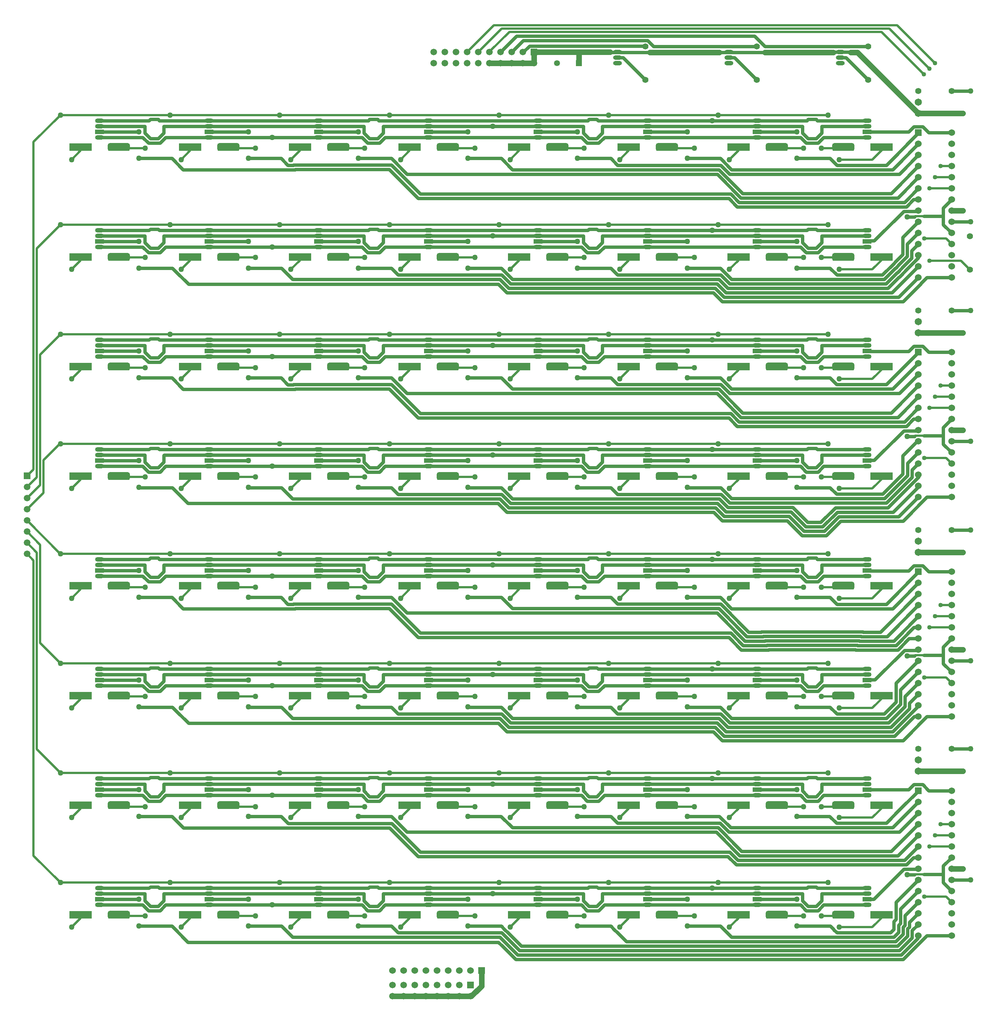
<source format=gtl>
%FSAX24Y24*%
%MOIN*%
G70*
G01*
G75*
G04 Layer_Physical_Order=1*
G04 Layer_Color=255*
%ADD10R,0.2000X0.0700*%
G04:AMPARAMS|DCode=11|XSize=200mil|YSize=70mil|CornerRadius=17.5mil|HoleSize=0mil|Usage=FLASHONLY|Rotation=0.000|XOffset=0mil|YOffset=0mil|HoleType=Round|Shape=RoundedRectangle|*
%AMROUNDEDRECTD11*
21,1,0.2000,0.0350,0,0,0.0*
21,1,0.1650,0.0700,0,0,0.0*
1,1,0.0350,0.0825,-0.0175*
1,1,0.0350,-0.0825,-0.0175*
1,1,0.0350,-0.0825,0.0175*
1,1,0.0350,0.0825,0.0175*
%
%ADD11ROUNDEDRECTD11*%
%ADD12C,0.0500*%
%ADD13C,0.0300*%
%ADD14C,0.0200*%
%ADD15C,0.0650*%
%ADD16C,0.0551*%
%ADD17C,0.0600*%
%ADD18R,0.0600X0.0600*%
%ADD19C,0.0591*%
%ADD20R,0.0591X0.0591*%
%ADD21R,0.0600X0.0600*%
%ADD22O,0.0787X0.0394*%
%ADD23O,0.0787X0.0394*%
%ADD24R,0.0591X0.0591*%
%ADD25C,0.0500*%
%ADD26O,0.0800X0.0400*%
%ADD27R,0.0800X0.0400*%
%ADD28R,0.0532X0.0532*%
%ADD29C,0.0532*%
%ADD30C,0.0400*%
D10*
X026310Y035610D02*
D03*
X036153D02*
D03*
X045995D02*
D03*
X055838D02*
D03*
X065680D02*
D03*
X075523D02*
D03*
X085365D02*
D03*
X026310Y045453D02*
D03*
X036153D02*
D03*
X045995D02*
D03*
X055838D02*
D03*
X065680D02*
D03*
X075523D02*
D03*
X085365D02*
D03*
X098190D02*
D03*
X026310Y055295D02*
D03*
X036153D02*
D03*
X045995D02*
D03*
X055838D02*
D03*
X065680D02*
D03*
X075523D02*
D03*
X085365D02*
D03*
X098190Y055295D02*
D03*
X026310Y065138D02*
D03*
X036153D02*
D03*
X045995D02*
D03*
X055838D02*
D03*
X065680D02*
D03*
X075523D02*
D03*
X085365D02*
D03*
X098190Y065138D02*
D03*
X026310Y074980D02*
D03*
X036153D02*
D03*
X045995D02*
D03*
X055838D02*
D03*
X065680D02*
D03*
X075523D02*
D03*
X085365D02*
D03*
X098190Y074980D02*
D03*
X026310Y084823D02*
D03*
X036153D02*
D03*
X045995D02*
D03*
X055838D02*
D03*
X065680D02*
D03*
X075523D02*
D03*
X085365D02*
D03*
X098190Y084823D02*
D03*
X026310Y094665D02*
D03*
X036153D02*
D03*
X045995D02*
D03*
X055838D02*
D03*
X065680D02*
D03*
X075523D02*
D03*
X085365D02*
D03*
X098190Y094665D02*
D03*
X026310Y104508D02*
D03*
X036153D02*
D03*
X045995D02*
D03*
X055838D02*
D03*
X065680D02*
D03*
X075523D02*
D03*
X085365D02*
D03*
X098190Y104508D02*
D03*
Y035610D02*
D03*
D11*
X029740D02*
D03*
X039583D02*
D03*
X049425D02*
D03*
X059268D02*
D03*
X069110D02*
D03*
X078953D02*
D03*
X088795D02*
D03*
X029740Y045453D02*
D03*
X039583D02*
D03*
X049425D02*
D03*
X059268D02*
D03*
X069110D02*
D03*
X078953D02*
D03*
X088795D02*
D03*
X094760D02*
D03*
X029740Y055295D02*
D03*
X039583D02*
D03*
X049425D02*
D03*
X059268D02*
D03*
X069110D02*
D03*
X078953D02*
D03*
X088795D02*
D03*
X094760Y055295D02*
D03*
X029740Y065138D02*
D03*
X039583D02*
D03*
X049425D02*
D03*
X059268D02*
D03*
X069110D02*
D03*
X078953D02*
D03*
X088795D02*
D03*
X094760Y065138D02*
D03*
X029740Y074980D02*
D03*
X039583D02*
D03*
X049425D02*
D03*
X059268D02*
D03*
X069110D02*
D03*
X078953D02*
D03*
X088795D02*
D03*
X094760Y074980D02*
D03*
X029740Y084823D02*
D03*
X039583D02*
D03*
X049425D02*
D03*
X059268D02*
D03*
X069110D02*
D03*
X078953D02*
D03*
X088795D02*
D03*
X094760Y084823D02*
D03*
X029740Y094665D02*
D03*
X039583D02*
D03*
X049425D02*
D03*
X059268D02*
D03*
X069110D02*
D03*
X078953D02*
D03*
X088795D02*
D03*
X094760Y094665D02*
D03*
X029740Y104508D02*
D03*
X039583D02*
D03*
X049425D02*
D03*
X059268D02*
D03*
X069110D02*
D03*
X078953D02*
D03*
X088795D02*
D03*
X094760Y104508D02*
D03*
Y035610D02*
D03*
D12*
X077410Y113024D02*
X083626D01*
X101500Y068140D02*
X105500D01*
X104500Y039750D02*
X105500D01*
X104500Y079100D02*
X105500D01*
X101500Y087850D02*
X105500D01*
X104500Y098800D02*
X105500D01*
X101500Y048500D02*
X105500D01*
X101500Y107550D02*
X105500D01*
X104500Y059400D02*
X105500D01*
X062300Y029214D02*
Y030600D01*
X061386Y028300D02*
X062300Y029214D01*
X054300Y028300D02*
X055300D01*
X056300D01*
X057300D01*
X058300D01*
X059300D01*
X060300D01*
X061300D01*
Y028300D02*
X061386D01*
X063000Y112050D02*
X064000D01*
X065000D01*
X066000D01*
X067000D01*
Y113050D01*
X071034Y112050D02*
Y113034D01*
X067000Y113050D02*
X073850D01*
X087724Y113024D02*
X093874D01*
X096050Y113000D02*
X101500Y107550D01*
X095450Y113000D02*
X096050D01*
D13*
X057528Y036500D02*
X067370D01*
X064000Y113050D02*
X065426Y114476D01*
X086818D01*
X087743Y113550D01*
X065000Y113050D02*
X066026Y114076D01*
X077218D01*
X077743Y113550D01*
X076955Y113595D02*
X077000Y113550D01*
X066601Y113595D02*
X076955D01*
X066056Y113050D02*
X066601Y113595D01*
X101119Y061400D02*
X101500D01*
X099515Y059796D02*
X101119Y061400D01*
X100684Y060400D02*
X101500D01*
X099680Y059396D02*
X100684Y060400D01*
X099296Y060196D02*
X101500Y062400D01*
X096210Y060196D02*
X099296D01*
X100265Y059365D02*
X101465D01*
X097605Y056705D02*
X100265Y059365D01*
X096948Y056705D02*
X097605D01*
X095879Y059396D02*
X099680D01*
X096044Y059796D02*
X099515D01*
X098696Y060596D02*
X101500Y063400D01*
X096376Y060596D02*
X098696D01*
X100500Y058850D02*
X101172D01*
X100500Y039200D02*
X101172D01*
X103750Y040000D02*
X104500Y040750D01*
X103750Y038500D02*
X104500Y037750D01*
X102000Y039250D02*
X103750D01*
Y040000D01*
Y038500D02*
Y039250D01*
Y059650D02*
X104500Y060400D01*
X103750Y058150D02*
X104500Y057400D01*
X102000Y058900D02*
X103750D01*
Y059650D01*
Y058150D02*
Y058900D01*
X100500Y078550D02*
X101172D01*
X103750Y079350D02*
X104500Y080100D01*
X103750Y077850D02*
X104500Y077100D01*
X102000Y078600D02*
X103750D01*
Y079350D01*
Y077850D02*
Y078600D01*
Y097550D02*
Y098300D01*
Y099050D01*
X102000Y098300D02*
X103750D01*
Y097550D02*
X104500Y096800D01*
X103750Y099050D02*
X104500Y099800D01*
X100500Y098250D02*
X101172D01*
X104500Y050500D02*
X106200D01*
X104500Y038750D02*
X106200D01*
X104500Y070150D02*
X106200D01*
X104500Y058400D02*
X106200D01*
X104500Y089850D02*
X106200D01*
X104500Y078100D02*
X106200D01*
X104500Y097800D02*
X106200D01*
X104500Y109550D02*
X106200D01*
X087743Y113550D02*
X097000D01*
X077743D02*
X087000D01*
X066000Y113050D02*
X066056D01*
X085000Y112550D02*
X087000Y110550D01*
X084500Y112550D02*
X085000D01*
X075000D02*
X077000Y110550D01*
X074500Y112550D02*
X075000D01*
X071259Y095555D02*
X071769Y095045D01*
X072813D01*
X071431Y095949D02*
X071935Y095445D01*
X072648D01*
X067370Y097055D02*
X071825D01*
X071935Y097165D01*
X072648D01*
X072758Y097055D01*
X077213D01*
X071259Y056185D02*
X071769Y055675D01*
X072813D01*
X071431Y056579D02*
X071935Y056075D01*
X072648D01*
X067370Y057685D02*
X071825D01*
X071935Y057795D01*
X072648D01*
X072758Y057685D01*
X077213D01*
X071769Y104887D02*
X072813D01*
X071431Y105791D02*
X071935Y105287D01*
X072648D01*
X067370Y106898D02*
X071825D01*
X071935Y107008D01*
X072648D01*
X072758Y106898D01*
X077213D01*
X071259Y075870D02*
X071769Y075360D01*
X072813D01*
X071431Y076264D02*
X071935Y075760D01*
X072648D01*
X067370Y077370D02*
X071825D01*
X071935Y077480D01*
X072648D01*
X072758Y077370D01*
X077213D01*
X070915Y034608D02*
X073903D01*
X072648Y075760D02*
X073152Y076264D01*
X072648Y105287D02*
X073152Y105791D01*
X072648Y056075D02*
X073152Y056579D01*
X072648Y095445D02*
X073152Y095949D01*
X032100Y034608D02*
X034493D01*
X031545D02*
X032100D01*
X092443Y106898D02*
X096898D01*
X092333Y107008D02*
X092443Y106898D01*
X091620Y107008D02*
X092333D01*
X091510Y106898D02*
X091620Y107008D01*
X052963D02*
X053073Y106898D01*
X052250Y107008D02*
X052963D01*
X052140Y106898D02*
X052250Y107008D01*
X033278D02*
X033388Y106898D01*
X032565Y107008D02*
X033278D01*
X032455Y106898D02*
X032565Y107008D01*
X028000Y106898D02*
X032455D01*
X033388D02*
X037843D01*
X047685D01*
X052140D01*
X053073D02*
X057528D01*
X067370D01*
X077213D02*
X087055D01*
X028000Y097055D02*
X032455D01*
X032565Y097165D01*
X033278D01*
X033388Y097055D01*
X052140D02*
X052250Y097165D01*
X052963D01*
X053073Y097055D01*
X091510D02*
X091620Y097165D01*
X092333D01*
X092443Y097055D01*
X096898D01*
X033388D02*
X037843D01*
X047685D01*
X052140D01*
X053073D02*
X057528D01*
X067370D01*
X077213D02*
X087055D01*
X091510D01*
X092443Y087213D02*
X096898D01*
X092333Y087323D02*
X092443Y087213D01*
X091620Y087323D02*
X092333D01*
X091510Y087213D02*
X091620Y087323D01*
X072648D02*
X072758Y087213D01*
X071935Y087323D02*
X072648D01*
X071825Y087213D02*
X071935Y087323D01*
X052963D02*
X053073Y087213D01*
X052250Y087323D02*
X052963D01*
X052140Y087213D02*
X052250Y087323D01*
X033278D02*
X033388Y087213D01*
X032565Y087323D02*
X033278D01*
X032455Y087213D02*
X032565Y087323D01*
X028000Y087213D02*
X032455D01*
X033388D02*
X037843D01*
X047685D01*
X052140D01*
X053073D02*
X057528D01*
X067370D01*
X071825D01*
X072758D02*
X077213D01*
X087055D01*
X091510D01*
X028000Y077370D02*
X032455D01*
X032565Y077480D01*
X033278D01*
X033388Y077370D01*
X052140D02*
X052250Y077480D01*
X052963D01*
X053073Y077370D01*
X091510D02*
X091620Y077480D01*
X092333D01*
X092443Y077370D01*
X096898D01*
X033388D02*
X037843D01*
X047685D01*
X052140D01*
X053073D02*
X057528D01*
X067370D01*
X077213D02*
X087055D01*
X091510D01*
X092443Y067528D02*
X096898D01*
X092333Y067638D02*
X092443Y067528D01*
X091620Y067638D02*
X092333D01*
X091510Y067528D02*
X091620Y067638D01*
X072648D02*
X072758Y067528D01*
X071935Y067638D02*
X072648D01*
X071825Y067528D02*
X071935Y067638D01*
X052963D02*
X053073Y067528D01*
X052250Y067638D02*
X052963D01*
X052140Y067528D02*
X052250Y067638D01*
X033278D02*
X033388Y067528D01*
X032565Y067638D02*
X033278D01*
X032455Y067528D02*
X032565Y067638D01*
X028000Y067528D02*
X032455D01*
X033388D02*
X037843D01*
X047685D01*
X052140D01*
X053073D02*
X057528D01*
X067370D01*
X071825D01*
X072758D02*
X077213D01*
X087055D01*
X091510D01*
X028000Y057685D02*
X032455D01*
X032565Y057795D01*
X033278D01*
X033388Y057685D01*
X052140D02*
X052250Y057795D01*
X052963D01*
X053073Y057685D01*
X091510D02*
X091620Y057795D01*
X092333D01*
X092443Y057685D01*
X096898D01*
X033388D02*
X037843D01*
X047685D01*
X052140D01*
X053073D02*
X057528D01*
X067370D01*
X077213D02*
X087055D01*
X091510D01*
X092443Y047843D02*
X096898D01*
X092333Y047953D02*
X092443Y047843D01*
X091620Y047953D02*
X092333D01*
X091510Y047843D02*
X091620Y047953D01*
X072648D02*
X072758Y047843D01*
X071935Y047953D02*
X072648D01*
X071825Y047843D02*
X071935Y047953D01*
X052963D02*
X053073Y047843D01*
X052250Y047953D02*
X052963D01*
X052140Y047843D02*
X052250Y047953D01*
X033278D02*
X033388Y047843D01*
X032565Y047953D02*
X033278D01*
X032455Y047843D02*
X032565Y047953D01*
X028000Y047843D02*
X032455D01*
X033388D02*
X037843D01*
X047685D01*
X052140D01*
X053073D02*
X057528D01*
X067370D01*
X071825D01*
X072758D02*
X077213D01*
X087055D01*
X091510D01*
X028000Y038000D02*
X032455D01*
X032565Y038110D01*
X033278D01*
X033388Y038000D01*
X071825D02*
X071935Y038110D01*
X072648D01*
X072758Y038000D01*
X091510D02*
X091620Y038110D01*
X092333D01*
X092443Y038000D01*
X096898D01*
X033388D02*
X037843D01*
X047685D01*
X057528D02*
X067370D01*
X071825D01*
X072758D02*
X077213D01*
X087055D01*
X091510D01*
X092333Y036390D02*
X092837Y036894D01*
Y037500D01*
X096898D01*
X087055D02*
X091116D01*
Y036894D02*
Y037500D01*
Y036894D02*
X091620Y036390D01*
X092333D01*
X077213Y037500D02*
X087055D01*
X072648Y036390D02*
X073152Y036894D01*
Y037500D01*
X077213D01*
X067370D02*
X071431D01*
Y036894D02*
Y037500D01*
Y036894D02*
X071935Y036390D01*
X072648D01*
X037843Y037500D02*
X047685D01*
X057528D02*
X067370D01*
X028000D02*
X032061D01*
Y036894D02*
Y037500D01*
Y036894D02*
X032565Y036390D01*
X033278D01*
X033781Y036894D01*
Y037500D01*
X037843D01*
X047685D02*
X051746D01*
X052250Y036390D02*
X052963D01*
X053467Y036894D01*
Y037500D01*
X057528D01*
X037843Y047343D02*
X047685D01*
X057528D02*
X067370D01*
X077213D02*
X087055D01*
X092333Y046232D02*
X092837Y046736D01*
Y047343D01*
X096898D01*
X087055D02*
X091116D01*
Y046736D02*
Y047343D01*
Y046736D02*
X091620Y046232D01*
X092333D01*
X072648D02*
X073152Y046736D01*
Y047343D01*
X077213D01*
X071431Y046736D02*
X071935Y046232D01*
X072648D01*
X067370Y047343D02*
X071431D01*
Y046736D02*
Y047343D01*
X052963Y046232D02*
X053467Y046736D01*
Y047343D01*
X057528D01*
X047685D02*
X051746D01*
Y046736D02*
Y047343D01*
Y046736D02*
X052250Y046232D01*
X052963D01*
X033278D02*
X033781Y046736D01*
Y047343D01*
X037843D01*
X028000D02*
X032061D01*
Y046736D02*
Y047343D01*
Y046736D02*
X032565Y046232D01*
X033278D01*
X037843Y057185D02*
X047685D01*
X057528D02*
X067370D01*
X077213D02*
X087055D01*
X092333Y056075D02*
X092837Y056579D01*
Y057185D01*
X096898D01*
X087055D02*
X091116D01*
Y056579D02*
Y057185D01*
Y056579D02*
X091620Y056075D01*
X092333D01*
X073152Y056579D02*
Y057185D01*
X077213D01*
X067370D02*
X071431D01*
Y056579D02*
Y057185D01*
X052963Y056075D02*
X053467Y056579D01*
Y057185D01*
X057528D01*
X047685D02*
X051746D01*
Y056579D02*
Y057185D01*
Y056579D02*
X052250Y056075D01*
X052963D01*
X033278D02*
X033781Y056579D01*
Y057185D01*
X037843D01*
X028000D02*
X032061D01*
Y056579D02*
Y057185D01*
Y056579D02*
X032565Y056075D01*
X033278D01*
X037843Y067028D02*
X047685D01*
X057528D02*
X067370D01*
X077213D02*
X087055D01*
X092333Y065917D02*
X092837Y066421D01*
Y067028D01*
X096898D01*
X087055D02*
X091116D01*
Y066421D02*
Y067028D01*
Y066421D02*
X091620Y065917D01*
X092333D01*
X072648D02*
X073152Y066421D01*
Y067028D01*
X077213D01*
X067370D02*
X071431D01*
Y066421D02*
Y067028D01*
Y066421D02*
X071935Y065917D01*
X072648D01*
X052963D02*
X053467Y066421D01*
Y067028D01*
X057528D01*
X047685D02*
X051746D01*
Y066421D02*
Y067028D01*
Y066421D02*
X052250Y065917D01*
X052963D01*
X028000Y067028D02*
X032061D01*
Y066421D02*
Y067028D01*
Y066421D02*
X032565Y065917D01*
X033278D01*
X033781Y066421D01*
Y067028D01*
X037843D01*
Y076870D02*
X047685D01*
X057528D02*
X067370D01*
X077213D02*
X087055D01*
X092333Y075760D02*
X092837Y076264D01*
Y076870D01*
X096898D01*
X087055D02*
X091116D01*
Y076264D02*
Y076870D01*
Y076264D02*
X091620Y075760D01*
X092333D01*
X073152Y076264D02*
Y076870D01*
X077213D01*
X067370D02*
X071431D01*
Y076264D02*
Y076870D01*
X052963Y075760D02*
X053467Y076264D01*
Y076870D01*
X057528D01*
X047685D02*
X051746D01*
Y076264D02*
Y076870D01*
Y076264D02*
X052250Y075760D01*
X052963D01*
X033790Y076870D02*
X037843D01*
X033278Y075760D02*
X033781Y076264D01*
Y076862D01*
X033790Y076870D01*
X028000D02*
X032061D01*
Y076264D02*
Y076870D01*
Y076264D02*
X032565Y075760D01*
X033278D01*
X037843Y086713D02*
X047685D01*
X057528D02*
X067370D01*
X077213D02*
X087055D01*
X092333Y085602D02*
X092837Y086106D01*
Y086713D01*
X096898D01*
X087055D02*
X091116D01*
Y086106D02*
Y086713D01*
Y086106D02*
X091620Y085602D01*
X092333D01*
X072648D02*
X073152Y086106D01*
Y086713D01*
X077213D01*
X067370D02*
X071431D01*
Y086106D02*
Y086713D01*
Y086106D02*
X071935Y085602D01*
X072648D01*
X052963D02*
X053467Y086106D01*
Y086713D01*
X057528D01*
X047685D02*
X051746D01*
Y086106D02*
Y086713D01*
Y086106D02*
X052250Y085602D01*
X052963D01*
X028000Y086713D02*
X032061D01*
Y086106D02*
Y086713D01*
Y086106D02*
X032565Y085602D01*
X033278D01*
X033781Y086106D01*
Y086713D01*
X037843D01*
Y096555D02*
X047685D01*
X057528D02*
X067370D01*
X077213D02*
X087055D01*
X092333Y095445D02*
X092837Y095949D01*
Y096555D01*
X096898D01*
X087055D02*
X091116D01*
Y095949D02*
Y096555D01*
Y095949D02*
X091620Y095445D01*
X092333D01*
X073152Y095949D02*
Y096555D01*
X077213D01*
X067370D02*
X071431D01*
Y095949D02*
Y096555D01*
X052963Y095445D02*
X053467Y095949D01*
Y096555D01*
X057528D01*
X047685D02*
X051746D01*
Y095949D02*
Y096555D01*
Y095949D02*
X052250Y095445D01*
X052963D01*
X033278D02*
X033781Y095949D01*
Y096555D01*
X037843D01*
X028000D02*
X032061D01*
Y095949D02*
Y096555D01*
Y095949D02*
X032565Y095445D01*
X033278D01*
X037843Y106398D02*
X047685D01*
X057528D02*
X067370D01*
X077213D02*
X087055D01*
X092333Y105287D02*
X092837Y105791D01*
Y106398D01*
X096898D01*
X091620Y105287D02*
X092333D01*
X073152Y105791D02*
Y106398D01*
X077213D01*
X067370D02*
X071431D01*
Y105791D02*
Y106398D01*
X047685D02*
X051746D01*
Y105791D02*
Y106398D01*
Y105791D02*
X052250Y105287D01*
X052963D01*
X053467Y105791D01*
Y106398D01*
X057528D01*
X028000D02*
X032061D01*
Y105791D02*
Y106398D01*
Y105791D02*
X032565Y105287D01*
X033278D01*
X033781Y105791D01*
Y106398D01*
X037843D01*
X093009Y105398D02*
X096898D01*
X092498Y104887D02*
X093009Y105398D01*
X091454Y104887D02*
X092498D01*
X090944Y105398D02*
X091454Y104887D01*
X072813D02*
X073324Y105398D01*
X071259D02*
X071769Y104887D01*
X053128D02*
X053639Y105398D01*
X052084Y104887D02*
X053128D01*
X051574Y105398D02*
X052084Y104887D01*
X033443D02*
X033953Y105398D01*
X032399Y104887D02*
X033443D01*
X031889Y105398D02*
X032399Y104887D01*
X028000Y105398D02*
X031889D01*
X033953D02*
X037843D01*
X047685D01*
X051574D01*
X053639D02*
X057528D01*
X067370D01*
X071259D01*
X073324D02*
X077213D01*
X087055D01*
X028000Y095555D02*
X031889D01*
X032399Y095045D01*
X033443D01*
X033953Y095555D01*
X051574D02*
X052084Y095045D01*
X053128D01*
X053639Y095555D01*
X072813Y095045D02*
X073324Y095555D01*
X090944D02*
X091454Y095045D01*
X092498D01*
X093009Y095555D01*
X096898D01*
X033953D02*
X037843D01*
X047685D01*
X051574D01*
X053639D02*
X057528D01*
X067370D01*
X071259D01*
X073324D02*
X077213D01*
X087055D01*
X090944D01*
X093009Y085713D02*
X096898D01*
X092498Y085202D02*
X093009Y085713D01*
X091454Y085202D02*
X092498D01*
X090944Y085713D02*
X091454Y085202D01*
X072813D02*
X073324Y085713D01*
X071769Y085202D02*
X072813D01*
X071259Y085713D02*
X071769Y085202D01*
X053128D02*
X053639Y085713D01*
X052084Y085202D02*
X053128D01*
X051574Y085713D02*
X052084Y085202D01*
X033443D02*
X033953Y085713D01*
X032399Y085202D02*
X033443D01*
X031889Y085713D02*
X032399Y085202D01*
X028000Y085713D02*
X031889D01*
X033953D02*
X037843D01*
X047685D01*
X051574D01*
X053639D02*
X057528D01*
X067370D01*
X071259D01*
X073324D02*
X077213D01*
X087055D01*
X090944D01*
X028000Y075870D02*
X031889D01*
X032399Y075360D01*
X033443D01*
X033953Y075870D01*
X051574D02*
X052084Y075360D01*
X053128D01*
X053639Y075870D01*
X072813Y075360D02*
X073324Y075870D01*
X090944D02*
X091454Y075360D01*
X092498D01*
X093009Y075870D01*
X096898D01*
X033953D02*
X037843D01*
X047685D01*
X051574D01*
X053639D02*
X057528D01*
X067370D01*
X071259D01*
X073324D02*
X077213D01*
X087055D01*
X090944D01*
X093009Y066028D02*
X096898D01*
X092498Y065517D02*
X093009Y066028D01*
X091454Y065517D02*
X092498D01*
X090944Y066028D02*
X091454Y065517D01*
X072813D02*
X073324Y066028D01*
X071769Y065517D02*
X072813D01*
X071259Y066028D02*
X071769Y065517D01*
X053128D02*
X053639Y066028D01*
X052084Y065517D02*
X053128D01*
X051574Y066028D02*
X052084Y065517D01*
X033443D02*
X033953Y066028D01*
X032399Y065517D02*
X033443D01*
X031889Y066028D02*
X032399Y065517D01*
X028000Y066028D02*
X031889D01*
X033953D02*
X037843D01*
X047685D01*
X051574D01*
X053639D02*
X057528D01*
X067370D01*
X071259D01*
X073324D02*
X077213D01*
X087055D01*
X090944D01*
X028000Y056185D02*
X031889D01*
X032399Y055675D01*
X033443D01*
X033953Y056185D01*
X051574D02*
X052084Y055675D01*
X053128D01*
X053639Y056185D01*
X072813Y055675D02*
X073324Y056185D01*
X090944D02*
X091454Y055675D01*
X092498D01*
X093009Y056185D01*
X096898D01*
X033953D02*
X037843D01*
X047685D01*
X051574D01*
X053639D02*
X057528D01*
X067370D01*
X071259D01*
X073324D02*
X077213D01*
X087055D01*
X090944D01*
X093009Y046343D02*
X096898D01*
X092498Y045832D02*
X093009Y046343D01*
X091454Y045832D02*
X092498D01*
X090944Y046343D02*
X091454Y045832D01*
X077213Y046343D02*
X087055D01*
X090944D01*
X073324D02*
X077213D01*
X072813Y045832D02*
X073324Y046343D01*
X071769Y045832D02*
X072813D01*
X071259Y046343D02*
X071769Y045832D01*
X053128D02*
X053639Y046343D01*
X052084Y045832D02*
X053128D01*
X051574Y046343D02*
X052084Y045832D01*
X033443D02*
X033953Y046343D01*
X032399Y045832D02*
X033443D01*
X031889Y046343D02*
X032399Y045832D01*
X028000Y046343D02*
X031889D01*
X033953D02*
X037843D01*
X047685D01*
X051574D01*
X053639D02*
X057528D01*
X067370D01*
X071259D01*
X028000Y036500D02*
X031889D01*
X032399Y035990D01*
X033443D01*
X033953Y036500D01*
X052084Y035990D02*
X053128D01*
X053639Y036500D01*
X071259D02*
X071769Y035990D01*
X072813D01*
X073324Y036500D01*
X090944D02*
X091454Y035990D01*
X092498D01*
X093009Y036500D01*
X096898D01*
X033953D02*
X037843D01*
X047685D01*
X053639D02*
X057528D01*
X067370D02*
X071259D01*
X073324D02*
X077213D01*
X087055D01*
X090944D01*
X102454Y105800D02*
X104500D01*
X101904Y106350D02*
X102454Y105800D01*
X101096Y106350D02*
X101904D01*
X100644Y105898D02*
X101096Y106350D01*
X096898Y105898D02*
X100644D01*
X087055D02*
X090600D01*
X087055Y105398D02*
X090944D01*
X087055Y106898D02*
X091510D01*
X091116Y105791D02*
X091620Y105287D01*
X091116Y105791D02*
Y106398D01*
X087055D02*
X091116D01*
X077213Y105898D02*
X080757D01*
X067370D02*
X070915D01*
X057528D02*
X061072D01*
X047685D02*
X051230D01*
X037843D02*
X041387D01*
X028000D02*
X031545D01*
X028000Y096055D02*
X031545D01*
X037843D02*
X041387D01*
X047685D02*
X051230D01*
X057528D02*
X061072D01*
X067370D02*
X070915D01*
X077213D02*
X080757D01*
X087055D02*
X090600D01*
X087055Y086213D02*
X090600D01*
X077213D02*
X080757D01*
X067370D02*
X070915D01*
X057528D02*
X061072D01*
X047685D02*
X051230D01*
X037843D02*
X041387D01*
X028000D02*
X031545D01*
X028000Y076370D02*
X031545D01*
X037843D02*
X041387D01*
X047685D02*
X051230D01*
X057528D02*
X061072D01*
X067370D02*
X070915D01*
X077213D02*
X080757D01*
X087055D02*
X090600D01*
X087055Y066528D02*
X090600D01*
X077213D02*
X080757D01*
X067370D02*
X070915D01*
X057528D02*
X061072D01*
X047685D02*
X051230D01*
X037843D02*
X041387D01*
X028000D02*
X031545D01*
X028000Y056685D02*
X031545D01*
X037843D02*
X041387D01*
X047685D02*
X051230D01*
X057528D02*
X061072D01*
X067370D02*
X070915D01*
X077213D02*
X080757D01*
X087055D02*
X090600D01*
X087055Y046843D02*
X090600D01*
X077213D02*
X080757D01*
X067370D02*
X070915D01*
X057528D02*
X061072D01*
X047685D02*
X051230D01*
X037843D02*
X041387D01*
X028000D02*
X031545D01*
X028000Y037000D02*
X031545D01*
X037843D02*
X041387D01*
X047685D02*
X051230D01*
X057528D02*
X061072D01*
X067370D02*
X070915D01*
X077213D02*
X080757D01*
X087055D02*
X090600D01*
X099198Y102498D02*
X101500Y104800D01*
X084748Y102498D02*
X099198D01*
X083746Y103500D02*
X084748Y102498D01*
X080757Y103500D02*
X083746D01*
X101500Y105769D02*
Y105800D01*
X093588Y103500D02*
X094191Y102898D01*
X098629D02*
X101500Y105769D01*
X094191Y102898D02*
X098629D01*
X090600Y103500D02*
X093588D01*
X083782Y102898D02*
X084582Y102098D01*
X074505Y102898D02*
X083782D01*
X073903Y103500D02*
X074505Y102898D01*
X099798Y102098D02*
X101500Y103800D01*
X084582Y102098D02*
X099798D01*
X070915Y103500D02*
X073903D01*
X065063Y102498D02*
X083617D01*
X061072Y103500D02*
X064061D01*
X065063Y102498D01*
X101066Y099800D02*
X101500D01*
X051230Y103500D02*
X054200D01*
X055613Y102087D01*
X083462D01*
X041387Y103500D02*
X044300D01*
X045395Y102900D02*
X054200D01*
X045392Y102898D02*
X045395Y102900D01*
X045558Y102498D02*
X045560Y102500D01*
X044300Y103500D02*
X044902Y102898D01*
X045392D01*
X031545Y103500D02*
X034500D01*
X035502Y102498D01*
X045558D01*
X099065Y100365D02*
X101500Y102800D01*
X099665Y099965D02*
X101500Y101800D01*
X100265Y099565D02*
X101500Y100800D01*
X100431Y099165D02*
X101066Y099800D01*
X083617Y102498D02*
X085749Y100365D01*
X099065D01*
X083462Y102087D02*
X085584Y099965D01*
X099665D01*
X085418Y099565D02*
X100265D01*
X085235Y099165D02*
X100431D01*
X045560Y102500D02*
X054000D01*
X056600Y099900D01*
X084500D01*
X085235Y099165D01*
X054200Y102900D02*
X056800Y100300D01*
X084683D01*
X085418Y099565D01*
X101465Y098765D02*
X101500Y098800D01*
X100207Y098765D02*
X101465D01*
X097548Y096105D02*
X100207Y098765D01*
X096948Y096105D02*
X097548D01*
X096898Y096055D02*
X096948Y096105D01*
X090600Y093658D02*
X093588D01*
X080757D02*
X083746D01*
X074505Y093055D02*
X083782D01*
X073903Y093658D02*
X074505Y093055D01*
X070915Y093658D02*
X073903D01*
X065063Y092655D02*
X083617D01*
X064061Y093658D02*
X065063Y092655D01*
X061072Y093658D02*
X064061D01*
X064897Y092255D02*
X083451D01*
X051230Y093658D02*
X054218D01*
X064732Y091855D02*
X083285D01*
X102278Y092800D02*
X104500D01*
X064566Y091455D02*
X083120D01*
X031545Y093658D02*
X034543D01*
X034843Y093358D01*
Y093348D02*
Y093358D01*
X101500Y086084D02*
Y086100D01*
X041387Y093658D02*
X044343D01*
X063932Y092655D02*
X064732Y091855D01*
X064097Y093055D02*
X064897Y092255D01*
X054218Y093658D02*
X054820Y093055D01*
X064097D01*
X045345Y092655D02*
X063932D01*
X034843Y093348D02*
X035991Y092200D01*
X063821D01*
X064566Y091455D01*
X044343Y093658D02*
X045345Y092655D01*
X041387Y073958D02*
X044343D01*
X034543D02*
X034843Y073658D01*
X031545Y073958D02*
X034543D01*
X102278Y073100D02*
X104500D01*
X051230Y073958D02*
X054218D01*
X061072D02*
X064061D01*
X065063Y072955D01*
X073903Y073958D02*
X074505Y073355D01*
X096948Y076405D02*
X097548D01*
X100207Y079065D01*
X101465D01*
X084683Y080600D02*
X085418Y079865D01*
X056800Y080600D02*
X084683D01*
X054200Y083200D02*
X056800Y080600D01*
X084500Y080200D02*
X085235Y079465D01*
X056600Y080200D02*
X084500D01*
X054000Y082800D02*
X056600Y080200D01*
X045560Y082800D02*
X054000D01*
X085235Y079465D02*
X100431D01*
X085418Y079865D02*
X100265D01*
X085584Y080265D02*
X099665D01*
X085749Y080665D02*
X099065D01*
X100431Y079465D02*
X101066Y080100D01*
X100265Y079865D02*
X101500Y081100D01*
X099665Y080265D02*
X101500Y082100D01*
X099065Y080665D02*
X101500Y083100D01*
X035502Y082798D02*
X045558D01*
X034500Y083800D02*
X035502Y082798D01*
X031545Y083800D02*
X034500D01*
X044902Y083198D02*
X045392D01*
X044300Y083800D02*
X044902Y083198D01*
X045558Y082798D02*
X045560Y082800D01*
X045395Y083200D02*
X054200D01*
X041387Y083800D02*
X044300D01*
X051230D02*
X054200D01*
X101066Y080100D02*
X101500D01*
X061072Y083800D02*
X064061D01*
X080757D02*
X083746D01*
X096898Y086198D02*
X100644D01*
X101096Y086650D01*
X101904D01*
X102454Y086100D01*
X104500D01*
X044343Y054258D02*
X045345Y053255D01*
X063821Y052800D02*
X064566Y052055D01*
X035991Y052800D02*
X063821D01*
X034843Y053948D02*
X035991Y052800D01*
X045345Y053255D02*
X063932D01*
X054820Y053655D02*
X064097D01*
X054218Y054258D02*
X054820Y053655D01*
X064097D02*
X064897Y052855D01*
X063932Y053255D02*
X064732Y052455D01*
X041387Y054258D02*
X044343D01*
X034543D02*
X034843Y053958D01*
X031545Y054258D02*
X034543D01*
X064566Y052055D02*
X083120D01*
X083920Y051255D01*
X100133D01*
X102278Y053400D01*
X104500D01*
X064732Y052455D02*
X083285D01*
X084085Y051655D01*
X051230Y054258D02*
X054218D01*
X064897Y052855D02*
X083451D01*
X084251Y052055D01*
X061072Y054258D02*
X064061D01*
X065063Y053255D01*
X083617D01*
X084417Y052455D01*
X070915Y054258D02*
X073903D01*
X074505Y053655D01*
X083782D01*
X084582Y052855D01*
X080757Y054258D02*
X083746D01*
X084748Y053255D01*
X093588Y054258D02*
X094191Y053655D01*
X056800Y060900D02*
X084683D01*
X054200Y063500D02*
X056800Y060900D01*
X056600Y060500D02*
X084500D01*
X054000Y063100D02*
X056600Y060500D01*
X045560Y063100D02*
X054000D01*
X035502Y063098D02*
X045558D01*
X034500Y064100D02*
X035502Y063098D01*
X031545Y064100D02*
X034500D01*
X044902Y063498D02*
X045392D01*
X044300Y064100D02*
X044902Y063498D01*
X045558Y063098D02*
X045560Y063100D01*
X045395Y063500D02*
X054200D01*
X041387Y064100D02*
X044300D01*
X051230D02*
X054200D01*
X061072D02*
X064061D01*
X080757D02*
X083746D01*
X096898Y066498D02*
X100644D01*
X101096Y066950D01*
X101904D01*
X102454Y066400D01*
X104500D01*
X041387Y034608D02*
X044343D01*
X102278Y033750D02*
X104500D01*
X051230Y034608D02*
X054218D01*
X061072D02*
X064061D01*
X100207Y039715D02*
X101465D01*
X100431Y040115D02*
X101066Y040750D01*
X100265Y040515D02*
X101500Y041750D01*
X099665Y040915D02*
X101500Y042750D01*
X099065Y041315D02*
X101500Y043750D01*
X031545Y044450D02*
X034500D01*
X041387D02*
X044300D01*
X054200D02*
X055613Y043037D01*
X051230Y044450D02*
X054200D01*
X101066Y040750D02*
X101500D01*
X070915Y044450D02*
X073903D01*
X096898Y046848D02*
X100644D01*
X101096Y047300D01*
X101904D01*
X102454Y046750D01*
X104500D01*
X090600Y083800D02*
X093588D01*
X099800Y082400D02*
X101500Y084100D01*
X099200Y082800D02*
X101500Y085100D01*
X093588Y083800D02*
X094188Y083200D01*
X098631D02*
X101500Y086069D01*
X096540Y082400D02*
X096541Y082402D01*
X097254D01*
X097256Y082400D01*
X099800D01*
X096374Y082800D02*
X096376Y082802D01*
X097420D01*
X097421Y082800D01*
X099200D01*
X094188Y083200D02*
X096208D01*
X096210Y083202D01*
X097585D01*
X097587Y083200D01*
X098631D01*
X084580Y082400D02*
X086698D01*
X086699Y082400D01*
X087411D01*
X087412Y082400D01*
X096540D01*
X084746Y082800D02*
X086533D01*
X086533Y082800D01*
X087577D01*
X087577Y082800D01*
X096374D01*
X083746Y083800D02*
X084746Y082800D01*
X070915Y083800D02*
X073903D01*
X054200D02*
X055600Y082400D01*
X064061Y083800D02*
X065061Y082800D01*
X073903Y083800D02*
X074503Y083200D01*
X067013Y082400D02*
X067014Y082400D01*
X067726D01*
X067727Y082400D01*
X065061Y082800D02*
X066848D01*
X066848Y082800D01*
X067892D01*
X067892Y082800D01*
X067727Y082400D02*
X076855D01*
X076856Y082402D01*
X067892Y082800D02*
X076689D01*
X076691Y082802D01*
X074503Y083200D02*
X076523D01*
X076525Y083202D01*
X055600Y082400D02*
X057170D01*
X057171Y082402D01*
X057884D01*
X057885Y082400D01*
X067013D01*
X076525Y083202D02*
X083778D01*
X076691Y082802D02*
X083613D01*
X076856Y082402D02*
X083447D01*
X083613Y082802D02*
X085749Y080665D01*
X083778Y083202D02*
X084580Y082400D01*
X083447Y082402D02*
X085584Y080265D01*
X054817Y073359D02*
X064093D01*
X045341Y072959D02*
X063928D01*
X035931Y072559D02*
X063762D01*
X064566Y071755D01*
X063928Y072959D02*
X064732Y072155D01*
X064093Y073359D02*
X064897Y072555D01*
X034843Y073648D02*
X035931Y072559D01*
X044343Y073958D02*
X045341Y072959D01*
X054218Y073958D02*
X054817Y073359D01*
X070915Y064100D02*
X073903D01*
X054200D02*
X055600Y062700D01*
X064061Y064100D02*
X065061Y063100D01*
X073903Y064100D02*
X074503Y063500D01*
X066998Y062700D02*
X067014Y062715D01*
X067726D01*
X067742Y062700D01*
X065061Y063100D02*
X066833D01*
X066848Y063115D01*
X067892D01*
X067907Y063100D01*
X067742Y062700D02*
X076840D01*
X076856Y062717D01*
X067907Y063100D02*
X076674D01*
X076691Y063117D01*
X074503Y063500D02*
X076508D01*
X076525Y063517D01*
X055600Y062700D02*
X057155D01*
X057171Y062717D01*
X057884D01*
X057900Y062700D01*
X066998D01*
X076525Y063517D02*
X083763D01*
X076691Y063117D02*
X083598D01*
X076856Y062717D02*
X083432D01*
X090600Y064100D02*
X093588D01*
X094191Y063498D01*
X098629D02*
X101500Y066369D01*
X083746Y064100D02*
X084748Y063098D01*
X099198D02*
X101500Y065400D01*
X094191Y063498D02*
X098629D01*
X084748Y063098D02*
X099198D01*
X096537Y061000D02*
X096541Y060996D01*
X096372Y060600D02*
X096376Y060596D01*
X096206Y060200D02*
X096210Y060196D01*
X096040Y059800D02*
X096044Y059796D01*
X095875Y059400D02*
X095879Y059396D01*
X087411Y060995D02*
X087417Y061000D01*
X096537D01*
X087577Y060595D02*
X087582Y060600D01*
X096372D01*
X087743Y060195D02*
X087748Y060200D01*
X096206D01*
X087908Y059795D02*
X087914Y059800D01*
X096040D01*
X088074Y059395D02*
X088079Y059400D01*
X095875D01*
X085605Y059395D02*
X088074D01*
X085788Y059795D02*
X087908D01*
X085954Y060195D02*
X087743D01*
X086119Y060595D02*
X087577D01*
X086285Y060995D02*
X087411D01*
X083763Y063517D02*
X086285Y060995D01*
X083598Y063117D02*
X086119Y060595D01*
X083432Y062717D02*
X085954Y060195D01*
X084683Y060900D02*
X085788Y059795D01*
X084500Y060500D02*
X085605Y059395D01*
X070915Y073958D02*
X073903D01*
X096541Y060996D02*
X098096D01*
X101500Y064400D01*
X054250Y043800D02*
X056800Y041250D01*
X044300Y044450D02*
X044950Y043800D01*
X054250D01*
X034500Y044450D02*
X035550Y043400D01*
X054050D01*
X056600Y040850D01*
X061072Y044450D02*
X064050D01*
X073903D02*
X074213Y044141D01*
Y044135D02*
Y044141D01*
Y044135D02*
X074505Y043843D01*
X064050Y044450D02*
X065057Y043443D01*
X080757Y044450D02*
X083650D01*
X074505Y043843D02*
X083692D01*
X055613Y043037D02*
X083366D01*
X065057Y043443D02*
X083526D01*
X083366Y043037D02*
X085488Y040915D01*
X083526Y043443D02*
X085654Y041315D01*
X056800Y041250D02*
X084587D01*
X085322Y040515D01*
X086362D01*
X056600Y040850D02*
X084422D01*
X085157Y040115D01*
X085235D01*
X096537Y041315D02*
X096541Y041311D01*
X097254D01*
X097258Y041315D01*
X099065D01*
X096372Y040915D02*
X096376Y040911D01*
X097420D01*
X097424Y040915D01*
X099665D01*
X096206Y040515D02*
X096210Y040511D01*
X097585D01*
X097589Y040515D01*
X100265D01*
X096040Y040115D02*
X096044Y040111D01*
X097751D01*
X097755Y040115D01*
X100431D01*
X085654Y041315D02*
X086694D01*
X086699Y041310D01*
X087411D01*
X087417Y041315D01*
X085488Y040915D02*
X086528D01*
X086533Y040910D01*
X087577D01*
X087582Y040915D01*
X086362Y040515D02*
X086367Y040510D01*
X087743D01*
X087748Y040515D01*
X085235Y040115D02*
X086197D01*
X086202Y040110D01*
X087908D01*
X087914Y040115D01*
X087417Y041315D02*
X091616D01*
X091620Y041311D01*
X092333D01*
X092337Y041315D01*
X096537D01*
X087582Y040915D02*
X091451D01*
X091454Y040911D01*
X092498D01*
X092502Y040915D01*
X096372D01*
X087748Y040515D02*
X091285D01*
X091289Y040511D01*
X092664D01*
X092668Y040515D01*
X096206D01*
X087914Y040115D02*
X091119D01*
X091123Y040111D01*
X092830D01*
X092834Y040115D01*
X096040D01*
X099888Y045102D02*
Y045107D01*
X101500Y046719D01*
X084492Y043043D02*
X099793D01*
X084657Y043443D02*
X099193D01*
X098629Y043843D02*
X099888Y045102D01*
X083650Y044450D02*
X084657Y043443D01*
X099193D02*
X101500Y045750D01*
X083692Y043843D02*
X084492Y043043D01*
X099793D02*
X101500Y044750D01*
X090600Y044450D02*
X093550D01*
X094157Y043843D01*
X098629D01*
X044343Y034608D02*
X045345Y033605D01*
X064061Y034608D02*
X064370Y034298D01*
Y034293D02*
Y034298D01*
Y034293D02*
X064663Y034000D01*
X064668D01*
X064092Y034005D02*
X064497Y033600D01*
X064502D01*
X063926Y033605D02*
X064332Y033200D01*
X064337D01*
X063816Y033150D02*
X064166Y032800D01*
X064171D01*
X054218Y034608D02*
X054528Y034298D01*
Y034293D02*
Y034298D01*
Y034293D02*
X054820Y034000D01*
X055235D01*
X055240Y034005D01*
X064092D01*
X045345Y033605D02*
X054650D01*
X054655Y033600D01*
X055400D01*
X055405Y033605D01*
X063926D01*
X073903Y034608D02*
X074213Y034298D01*
Y034293D02*
Y034298D01*
Y034293D02*
X074505Y034000D01*
X074511D01*
X080757Y034608D02*
X083741D01*
X064171Y032800D02*
X065371Y031600D01*
X064337Y033200D02*
X065537Y032000D01*
X064502Y033600D02*
X065702Y032400D01*
X064668Y034000D02*
X065868Y032800D01*
X074511Y034000D02*
X075311Y033200D01*
X083741Y034608D02*
X084748Y033600D01*
X034493Y034608D02*
X035950Y033150D01*
X063816D01*
X090600Y073958D02*
X093588D01*
X094176Y073370D01*
X093239Y069639D02*
X094555Y070955D01*
X093073Y070039D02*
X094389Y071355D01*
X092907Y070439D02*
X094224Y071755D01*
X092742Y070839D02*
X094058Y072155D01*
X091061Y069639D02*
X093239D01*
X091227Y070039D02*
X093073D01*
X091393Y070439D02*
X092907D01*
X091558Y070839D02*
X092742D01*
X064566Y071755D02*
X083135D01*
X080757Y073958D02*
X083761D01*
X074505Y073355D02*
X083797D01*
X065063Y072955D02*
X083632D01*
X064897Y072555D02*
X083466D01*
X064732Y072155D02*
X083300D01*
X090227Y072170D02*
X091558Y070839D01*
X090061Y071770D02*
X091393Y070439D01*
X089896Y071370D02*
X091227Y070039D01*
X089730Y070970D02*
X091061Y069639D01*
X083920Y070970D02*
X089730D01*
X084085Y071370D02*
X089896D01*
X084251Y071770D02*
X090061D01*
X083466Y072555D02*
X084251Y071770D01*
X084417Y072170D02*
X090227D01*
X083632Y072955D02*
X084417Y072170D01*
X083761Y073958D02*
X084748Y072970D01*
X083797Y073355D02*
X084582Y072570D01*
X083300Y072155D02*
X084085Y071370D01*
X083135Y071755D02*
X083920Y070970D01*
X101750Y092256D02*
Y092272D01*
X102278Y092800D01*
X093588Y093658D02*
X094191Y093055D01*
X083920Y090655D02*
X100149D01*
X083285Y091855D02*
X084085Y091055D01*
X083451Y092255D02*
X084251Y091455D01*
X083617Y092655D02*
X084417Y091855D01*
X083782Y093055D02*
X084582Y092255D01*
X083746Y093658D02*
X084748Y092655D01*
X083120Y091455D02*
X083920Y090655D01*
X100149D02*
X101750Y092256D01*
X100100Y096400D02*
X101500Y097800D01*
X100500Y095800D02*
X101500Y096800D01*
X100900Y095200D02*
X101500Y095800D01*
X100950Y075550D02*
X101500Y076100D01*
X100550Y076150D02*
X101500Y077100D01*
X094555Y070955D02*
X100133D01*
X102278Y073100D01*
X101550Y074928D02*
Y074950D01*
X100950Y074894D02*
Y075550D01*
X098777Y072155D02*
X101550Y074928D01*
X100100Y076800D02*
X101400Y078100D01*
X101500D01*
Y074000D02*
Y074100D01*
X084085Y091055D02*
X099755D01*
X101500Y092800D01*
X101400Y093700D02*
X101600D01*
X084251Y091455D02*
X099155D01*
X101400Y093700D01*
X100900Y094544D02*
Y095200D01*
X094191Y093055D02*
X098280D01*
X099290Y094065D01*
X099440Y094215D02*
X100100Y094875D01*
Y096400D01*
X084748Y092655D02*
X098446D01*
X099456Y093665D01*
X099840Y094049D02*
X100500Y094709D01*
Y095800D01*
X084582Y092255D02*
X098612D01*
X099622Y093265D01*
X100240Y093884D02*
X100900Y094544D01*
X084417Y091855D02*
X098777D01*
X099290Y094065D02*
X099294D01*
X099440Y094212D01*
Y094215D01*
X099456Y093665D02*
X099459D01*
X099840Y094046D01*
Y094049D01*
X099622Y093265D02*
X099625D01*
X100240Y093880D01*
Y093884D01*
X101500Y094578D02*
Y094800D01*
X100640Y093718D02*
X101500Y094578D01*
X100640Y093715D02*
Y093718D01*
X099791Y092865D02*
X100640Y093715D01*
X099787Y092865D02*
X099791D01*
X098777Y091855D02*
X099787Y092865D01*
X099255Y071755D02*
X101500Y074000D01*
X094389Y071355D02*
X099755D01*
X101500Y073100D01*
X094224Y071755D02*
X099255D01*
X098295Y073370D02*
X100100Y075175D01*
Y076800D01*
X098461Y072970D02*
X100550Y075059D01*
Y076150D01*
X098627Y072570D02*
X100950Y074894D01*
X094058Y072155D02*
X098777D01*
X084582Y072570D02*
X098627D01*
X084748Y072970D02*
X098461D01*
X094176Y073370D02*
X098295D01*
X084085Y051655D02*
X099386D01*
X101500Y054334D02*
Y054400D01*
X084251Y052055D02*
X099221D01*
X084417Y052455D02*
X099055D01*
X099386Y051655D02*
X101131Y053400D01*
X101500D01*
X099221Y052055D02*
X101500Y054334D01*
X084582Y052855D02*
X098855D01*
X084748Y053255D02*
X098655D01*
X090600Y054258D02*
X093588D01*
X094191Y053655D02*
X098455D01*
X099500Y054700D01*
Y056400D01*
X101500Y058400D01*
X100700Y054600D02*
X101500Y055400D01*
X100700Y054100D02*
Y054600D01*
X098655Y053255D02*
X099900Y054500D01*
X098855Y052855D02*
X100300Y054300D01*
X099055Y052455D02*
X100700Y054100D01*
X099900Y054500D02*
Y055800D01*
X101500Y057400D01*
X100300Y054300D02*
Y055200D01*
X101500Y056400D01*
Y033569D02*
Y033750D01*
X101488Y033556D02*
X101500Y033569D01*
X100128Y031600D02*
X102278Y033750D01*
X097493Y037000D02*
X100207Y039715D01*
X096898Y037000D02*
X097493D01*
X090600Y034608D02*
X093593D01*
X093898Y034302D01*
Y034293D02*
Y034302D01*
Y034293D02*
X094191Y034000D01*
X099000D01*
X065371Y031600D02*
X100128D01*
X065537Y032000D02*
X099962D01*
X101488Y033526D01*
Y033556D01*
X065702Y032400D02*
X099796D01*
X100950Y033554D01*
X065868Y032800D02*
X099631D01*
X100550Y033719D01*
X075311Y033200D02*
X099465D01*
X100150Y033885D01*
X084748Y033600D02*
X099299D01*
X099750Y034051D01*
X100950Y033554D02*
Y034200D01*
X101500Y034750D01*
X100550Y033719D02*
Y034366D01*
X100150Y033885D02*
Y034531D01*
X099750Y034051D02*
Y034697D01*
X099000Y034000D02*
X099300Y034300D01*
Y035016D01*
X099500Y035216D01*
Y036750D01*
X101500Y038750D01*
X099900Y036150D02*
X101500Y037750D01*
X100300Y035550D02*
X101500Y036750D01*
X100700Y034950D02*
X101500Y035750D01*
X100700Y034516D02*
Y034950D01*
X100300Y034681D02*
Y035550D01*
X099900Y034847D02*
Y036150D01*
X099750Y034697D02*
X099900Y034847D01*
X100150Y034531D02*
X100300Y034681D01*
X100550Y034366D02*
X100700Y034516D01*
X047685Y036500D02*
X051574D01*
X052084Y035990D01*
X047685Y038000D02*
X052140D01*
X052250Y038110D01*
X052963D01*
X053073Y038000D01*
X057528D01*
X051746Y036894D02*
X052250Y036390D01*
X051746Y036894D02*
Y037500D01*
X066950Y113050D02*
X067000D01*
X073850D02*
X073876Y113024D01*
X077218D01*
X083626D02*
X087724D01*
X094500Y112550D02*
X095000D01*
X097000Y110550D01*
X095400Y113050D02*
X095450Y113000D01*
X093874Y113050D02*
X095400D01*
D14*
X106050Y093500D02*
Y093600D01*
X105350Y094300D02*
X106050Y093600D01*
X102500Y094300D02*
X105350D01*
X103500Y043750D02*
X104500D01*
X103000Y042750D02*
X104500D01*
X102500Y041750D02*
X104500D01*
X104000Y037250D02*
X104500Y036750D01*
X102025Y037250D02*
X104000D01*
X103500Y063400D02*
X104500D01*
X103000Y062400D02*
X104500D01*
X102500Y061400D02*
X104500D01*
X104000Y056900D02*
X104500Y056400D01*
X102025Y056900D02*
X104000D01*
X103500Y083100D02*
X104500D01*
X103000Y082100D02*
X104500D01*
X102500Y081100D02*
X104500D01*
X104000Y076600D02*
X104500Y076100D01*
X102025Y076600D02*
X104000D01*
X103500Y102800D02*
X104500D01*
X103000Y101800D02*
X104500D01*
X102500Y100800D02*
X104500D01*
X104000Y096300D02*
X104500Y095800D01*
X102025Y096300D02*
X104000D01*
X061000Y113050D02*
X063400Y115450D01*
X099600D01*
X103000Y112050D01*
X062000Y113050D02*
X064100Y115150D01*
X098900D01*
X102500Y111550D01*
X063050Y113100D02*
X064800Y114850D01*
X098200D01*
X102000Y111050D01*
X062950Y113100D02*
X063050D01*
X101222Y039250D02*
X102000D01*
X101222Y058900D02*
X102000D01*
X101222Y078600D02*
X102000D01*
X101222Y098300D02*
X102000D01*
X101172Y098250D02*
X101222Y098300D01*
X063870Y097555D02*
X073713D01*
X063870Y058185D02*
X073713D01*
X063870Y107398D02*
X073713D01*
X063870Y077870D02*
X073713D01*
X088800Y045300D02*
X091150D01*
X088800Y055200D02*
X091150D01*
X088840Y035510D02*
X091190D01*
X088800Y065000D02*
X091150D01*
X088800Y104400D02*
X091150D01*
X088800Y084700D02*
X091150D01*
X088800Y074900D02*
X091150D01*
X088800Y094600D02*
X091150D01*
X079000Y045300D02*
X081350D01*
X079000Y055200D02*
X081350D01*
X079040Y035510D02*
X081390D01*
X079000Y065000D02*
X081350D01*
X079000Y104400D02*
X081350D01*
X079000Y084700D02*
X081350D01*
X079000Y074900D02*
X081350D01*
X079000Y094600D02*
X081350D01*
X069140Y035510D02*
X071490D01*
X059300Y045300D02*
X061650D01*
X059300Y055200D02*
X061650D01*
X059340Y035510D02*
X061690D01*
X059300Y065000D02*
X061650D01*
X059300Y104400D02*
X061650D01*
X059300Y084700D02*
X061650D01*
X059300Y074900D02*
X061650D01*
X059300Y094600D02*
X061650D01*
X039600Y045300D02*
X041950D01*
X039600Y055200D02*
X041950D01*
X039640Y035510D02*
X041990D01*
X039600Y065000D02*
X041950D01*
X039600Y104400D02*
X041950D01*
X039600Y084700D02*
X041950D01*
X039600Y074900D02*
X041950D01*
X039600Y094600D02*
X041950D01*
X024500Y107398D02*
X034343D01*
X044185D01*
X054028D01*
X063870D01*
X073713D02*
X083555D01*
X093398D01*
X024500Y097555D02*
X034343D01*
X044185D01*
X054028D01*
X063870D01*
X073713D02*
X083555D01*
X093398D01*
X024500Y087713D02*
X034343D01*
X044185D01*
X054028D01*
X063870D01*
X073713D01*
X083555D01*
X093398D01*
X034343Y077870D02*
X044185D01*
X054028D01*
X063870D01*
X073713D02*
X083555D01*
X093398D01*
X034343Y068028D02*
X044185D01*
X054028D01*
X063870D01*
X073713D01*
X083555D01*
X093398D01*
X024500Y058185D02*
X034343D01*
X044185D01*
X054028D01*
X063870D01*
X073713D02*
X083555D01*
X093398D01*
X024500Y048343D02*
X034343D01*
X044185D01*
X054028D01*
X063870D01*
X073713D01*
X083555D01*
X093398D01*
X024500Y038500D02*
X034343D01*
X044185D01*
X054028D02*
X063870D01*
X073713D01*
X083555D01*
X093398D01*
X021500Y072000D02*
X022970Y073470D01*
X021500Y073000D02*
X022670Y074170D01*
X021500Y074000D02*
X022370Y074870D01*
X021500Y075000D02*
X022070Y075570D01*
X024440Y077870D02*
X034343D01*
X022970Y076400D02*
X024440Y077870D01*
X022970Y073470D02*
Y076400D01*
X022670Y074170D02*
Y085883D01*
X024500Y087713D01*
X022370Y074870D02*
Y095425D01*
X024500Y097555D01*
X022070Y075570D02*
Y104968D01*
X024500Y107398D01*
X022070Y040930D02*
X024500Y038500D01*
X022070Y040930D02*
Y067430D01*
X021500Y068000D02*
X022070Y067430D01*
X022670Y060015D02*
X024500Y058185D01*
X022670Y060015D02*
Y068830D01*
X021500Y070000D02*
X022670Y068830D01*
X021500Y069000D02*
X022370Y068130D01*
Y050473D02*
Y068130D01*
Y050473D02*
X024500Y048343D01*
X024472Y068028D02*
X034343D01*
X021500Y071000D02*
X024472Y068028D01*
X025500Y103398D02*
X026310Y104208D01*
Y104508D01*
X036153Y104208D02*
Y104508D01*
X035343Y103398D02*
X036153Y104208D01*
X045995D02*
Y104508D01*
X045185Y103398D02*
X045995Y104208D01*
X055838D02*
Y104508D01*
X055028Y103398D02*
X055838Y104208D01*
X065680D02*
Y104508D01*
X064870Y103398D02*
X065680Y104208D01*
X075523D02*
Y104508D01*
X074713Y103398D02*
X075523Y104208D01*
X085365D02*
Y104508D01*
X084555Y103398D02*
X085365Y104208D01*
Y094365D02*
Y094665D01*
X084555Y093555D02*
X085365Y094365D01*
X075523D02*
Y094665D01*
X074713Y093555D02*
X075523Y094365D01*
X065680D02*
Y094665D01*
X064870Y093555D02*
X065680Y094365D01*
X055838D02*
Y094665D01*
X055028Y093555D02*
X055838Y094365D01*
X045995D02*
Y094665D01*
X045185Y093555D02*
X045995Y094365D01*
X036153D02*
Y094665D01*
X035343Y093555D02*
X036153Y094365D01*
X026310D02*
Y094665D01*
X025500Y093555D02*
X026310Y094365D01*
Y084523D02*
Y084823D01*
X025500Y083713D02*
X026310Y084523D01*
X036153D02*
Y084823D01*
X035343Y083713D02*
X036153Y084523D01*
X045995D02*
Y084823D01*
X045185Y083713D02*
X045995Y084523D01*
X055838D02*
Y084823D01*
X055028Y083713D02*
X055838Y084523D01*
X065680D02*
Y084823D01*
X064870Y083713D02*
X065680Y084523D01*
X075523D02*
Y084823D01*
X074713Y083713D02*
X075523Y084523D01*
X085365D02*
Y084823D01*
X084555Y083713D02*
X085365Y084523D01*
Y074680D02*
Y074980D01*
X084555Y073870D02*
X085365Y074680D01*
X075523D02*
Y074980D01*
X074713Y073870D02*
X075523Y074680D01*
X065680D02*
Y074980D01*
X064870Y073870D02*
X065680Y074680D01*
X055838D02*
Y074980D01*
X055028Y073870D02*
X055838Y074680D01*
X045995D02*
Y074980D01*
X045185Y073870D02*
X045995Y074680D01*
X036153D02*
Y074980D01*
X035343Y073870D02*
X036153Y074680D01*
X026310D02*
Y074980D01*
X025500Y073870D02*
X026310Y074680D01*
Y064838D02*
Y065138D01*
X025500Y064028D02*
X026310Y064838D01*
X036153D02*
Y065138D01*
X035343Y064028D02*
X036153Y064838D01*
X045995D02*
Y065138D01*
X045185Y064028D02*
X045995Y064838D01*
X055838D02*
Y065138D01*
X055028Y064028D02*
X055838Y064838D01*
X065680D02*
Y065138D01*
X064870Y064028D02*
X065680Y064838D01*
X075523D02*
Y065138D01*
X074713Y064028D02*
X075523Y064838D01*
X085365D02*
Y065138D01*
X084555Y064028D02*
X085365Y064838D01*
Y054995D02*
Y055295D01*
X084555Y054185D02*
X085365Y054995D01*
X075523D02*
Y055295D01*
X074713Y054185D02*
X075523Y054995D01*
X065680D02*
Y055295D01*
X064870Y054185D02*
X065680Y054995D01*
X055838D02*
Y055295D01*
X055028Y054185D02*
X055838Y054995D01*
X045995D02*
Y055295D01*
X045185Y054185D02*
X045995Y054995D01*
X036153D02*
Y055295D01*
X035343Y054185D02*
X036153Y054995D01*
X026310D02*
Y055295D01*
X025500Y054185D02*
X026310Y054995D01*
Y045153D02*
Y045453D01*
X025500Y044343D02*
X026310Y045153D01*
X036153D02*
Y045453D01*
X035343Y044343D02*
X036153Y045153D01*
X045995D02*
Y045453D01*
X045185Y044343D02*
X045995Y045153D01*
X055838D02*
Y045453D01*
X055028Y044343D02*
X055838Y045153D01*
X065680D02*
Y045453D01*
X064870Y044343D02*
X065680Y045153D01*
X075523D02*
Y045453D01*
X074713Y044343D02*
X075523Y045153D01*
X085365D02*
Y045453D01*
X084555Y044343D02*
X085365Y045153D01*
Y035310D02*
Y035610D01*
X084555Y034500D02*
X085365Y035310D01*
X075523D02*
Y035610D01*
X074713Y034500D02*
X075523Y035310D01*
X065680D02*
Y035610D01*
X064870Y034500D02*
X065680Y035310D01*
X055838D02*
Y035610D01*
X055028Y034500D02*
X055838Y035310D01*
X045995D02*
Y035610D01*
X045185Y034500D02*
X045995Y035310D01*
X036153D02*
Y035610D01*
X035343Y034500D02*
X036153Y035310D01*
X026310D02*
Y035610D01*
X025500Y034500D02*
X026310Y035310D01*
X097380Y093555D02*
X098490Y094665D01*
X094398Y093555D02*
X097380D01*
X094398Y083713D02*
X097380D01*
X098490Y084823D01*
X097380Y073870D02*
X098490Y074980D01*
X094398Y073870D02*
X097380D01*
X094398Y103398D02*
X097380D01*
X098490Y104508D01*
X094398Y064028D02*
X097380D01*
X098490Y065138D01*
X097380Y054185D02*
X098490Y055295D01*
X094398Y054185D02*
X097380D01*
X094398Y044343D02*
X097380D01*
X098490Y045453D01*
X097380Y034500D02*
X098490Y035610D01*
X094398Y034500D02*
X097380D01*
X044185Y038500D02*
X054028D01*
X029740Y055200D02*
X032050D01*
X029740Y035510D02*
X032090D01*
X029740Y045300D02*
X032050D01*
X029740Y065000D02*
X032050D01*
X029740Y074900D02*
X032050D01*
X029740Y094600D02*
X032050D01*
X029740Y084700D02*
X032050D01*
X029740Y104400D02*
X032050D01*
X049400Y045300D02*
X051750D01*
X049440Y035510D02*
X051796D01*
X049400Y055200D02*
X051796D01*
X049425Y065000D02*
X051750D01*
X049425Y074900D02*
X051750D01*
X049425Y084700D02*
X051750D01*
X049425Y094600D02*
X051750D01*
X049425Y104400D02*
X051750D01*
X069100Y045300D02*
X071450D01*
X069100Y055200D02*
X071450D01*
X069100Y065000D02*
X071450D01*
X069100Y084700D02*
X071450D01*
X069100Y074900D02*
X071450D01*
X069100Y094600D02*
X071450D01*
X069100Y104400D02*
X071450D01*
X092850Y035500D02*
X095200D01*
X092850Y045300D02*
X095200D01*
X092850Y055200D02*
X095200D01*
X092850Y065000D02*
X095200D01*
X092850Y074900D02*
X095200D01*
X092850Y104400D02*
X095200D01*
X092850Y084700D02*
X095200D01*
X092850Y094600D02*
X095200D01*
D15*
X101500Y048500D02*
D03*
Y049500D02*
D03*
Y068150D02*
D03*
Y069150D02*
D03*
Y087850D02*
D03*
Y088850D02*
D03*
Y107550D02*
D03*
Y108550D02*
D03*
D16*
X106150Y096500D02*
D03*
Y093500D02*
D03*
X104500Y109550D02*
D03*
X101500D02*
D03*
X104500Y089850D02*
D03*
X101500D02*
D03*
X104500Y070150D02*
D03*
X101500D02*
D03*
X104500Y050500D02*
D03*
X101500D02*
D03*
X097000Y113550D02*
D03*
Y110550D02*
D03*
X087000Y113550D02*
D03*
Y110550D02*
D03*
X077000Y113550D02*
D03*
Y110550D02*
D03*
D17*
X054300Y030600D02*
D03*
X055300D02*
D03*
X056300D02*
D03*
X057300D02*
D03*
X058300D02*
D03*
X059300D02*
D03*
X060300D02*
D03*
X061300D02*
D03*
X101500Y104800D02*
D03*
Y103800D02*
D03*
Y102800D02*
D03*
Y101800D02*
D03*
Y100800D02*
D03*
Y099800D02*
D03*
Y098800D02*
D03*
Y097800D02*
D03*
Y096800D02*
D03*
Y095800D02*
D03*
Y094800D02*
D03*
Y093800D02*
D03*
Y092800D02*
D03*
X104500Y105800D02*
D03*
Y104800D02*
D03*
Y103800D02*
D03*
Y102800D02*
D03*
Y101800D02*
D03*
Y100800D02*
D03*
Y099800D02*
D03*
Y098800D02*
D03*
Y097800D02*
D03*
Y096800D02*
D03*
Y095800D02*
D03*
Y094800D02*
D03*
Y093800D02*
D03*
Y092800D02*
D03*
X101500Y085100D02*
D03*
Y084100D02*
D03*
Y083100D02*
D03*
Y082100D02*
D03*
Y081100D02*
D03*
Y080100D02*
D03*
Y079100D02*
D03*
Y078100D02*
D03*
Y077100D02*
D03*
Y076100D02*
D03*
Y075100D02*
D03*
Y074100D02*
D03*
Y073100D02*
D03*
X104500Y086100D02*
D03*
Y085100D02*
D03*
Y084100D02*
D03*
Y083100D02*
D03*
Y082100D02*
D03*
Y081100D02*
D03*
Y080100D02*
D03*
Y079100D02*
D03*
Y078100D02*
D03*
Y077100D02*
D03*
Y076100D02*
D03*
Y075100D02*
D03*
Y074100D02*
D03*
Y073100D02*
D03*
X101500Y065400D02*
D03*
Y064400D02*
D03*
Y063400D02*
D03*
Y062400D02*
D03*
Y061400D02*
D03*
Y060400D02*
D03*
Y059400D02*
D03*
Y058400D02*
D03*
Y057400D02*
D03*
Y056400D02*
D03*
Y055400D02*
D03*
Y054400D02*
D03*
Y053400D02*
D03*
X104500Y066400D02*
D03*
Y065400D02*
D03*
Y064400D02*
D03*
Y063400D02*
D03*
Y062400D02*
D03*
Y061400D02*
D03*
Y060400D02*
D03*
Y059400D02*
D03*
Y058400D02*
D03*
Y057400D02*
D03*
Y056400D02*
D03*
Y055400D02*
D03*
Y054400D02*
D03*
Y053400D02*
D03*
X101500Y045750D02*
D03*
Y044750D02*
D03*
Y043750D02*
D03*
Y042750D02*
D03*
Y041750D02*
D03*
Y040750D02*
D03*
Y039750D02*
D03*
Y038750D02*
D03*
Y037750D02*
D03*
Y036750D02*
D03*
Y035750D02*
D03*
Y034750D02*
D03*
Y033750D02*
D03*
X104500Y046750D02*
D03*
Y045750D02*
D03*
Y044750D02*
D03*
Y043750D02*
D03*
Y042750D02*
D03*
Y041750D02*
D03*
Y040750D02*
D03*
Y039750D02*
D03*
Y038750D02*
D03*
Y037750D02*
D03*
Y036750D02*
D03*
Y035750D02*
D03*
Y034750D02*
D03*
Y033750D02*
D03*
D18*
X062300Y030600D02*
D03*
D19*
X021500Y068000D02*
D03*
Y069000D02*
D03*
Y070000D02*
D03*
Y071000D02*
D03*
Y072000D02*
D03*
Y073000D02*
D03*
Y074000D02*
D03*
X066000Y113050D02*
D03*
X065000D02*
D03*
X064000D02*
D03*
X063000D02*
D03*
X062000D02*
D03*
X061000D02*
D03*
X060000D02*
D03*
X059000D02*
D03*
X058000D02*
D03*
X067000Y112050D02*
D03*
X066000D02*
D03*
X065000D02*
D03*
X064000D02*
D03*
X063000D02*
D03*
X062000D02*
D03*
X061000D02*
D03*
X060000D02*
D03*
X059000D02*
D03*
X058000D02*
D03*
X060300Y029300D02*
D03*
X059300D02*
D03*
X058300D02*
D03*
X057300D02*
D03*
X056300D02*
D03*
X055300D02*
D03*
X054300D02*
D03*
X061300Y028300D02*
D03*
X060300D02*
D03*
X059300D02*
D03*
X058300D02*
D03*
X057300D02*
D03*
X056300D02*
D03*
X055300D02*
D03*
X054300D02*
D03*
D20*
X021500Y075000D02*
D03*
D21*
X101500Y105800D02*
D03*
Y086100D02*
D03*
Y066400D02*
D03*
Y046750D02*
D03*
D22*
X094500Y113050D02*
D03*
Y112050D02*
D03*
X084500Y113050D02*
D03*
Y112050D02*
D03*
X074500Y113050D02*
D03*
Y112050D02*
D03*
D23*
X094500Y112550D02*
D03*
X084500D02*
D03*
X074500D02*
D03*
D24*
X067000Y113050D02*
D03*
X061300Y029300D02*
D03*
D25*
X025500Y034500D02*
D03*
X035343D02*
D03*
X045185D02*
D03*
X055028D02*
D03*
X064870D02*
D03*
X074713D02*
D03*
X084555D02*
D03*
X094398D02*
D03*
X025500Y044343D02*
D03*
X035343D02*
D03*
X045185D02*
D03*
X055028D02*
D03*
X064870D02*
D03*
X074713D02*
D03*
X084555D02*
D03*
X094398D02*
D03*
X025500Y054185D02*
D03*
X035343D02*
D03*
X045185D02*
D03*
X055028D02*
D03*
X064870D02*
D03*
X074713D02*
D03*
X084555D02*
D03*
X094398D02*
D03*
X025500Y064028D02*
D03*
X035343D02*
D03*
X045185D02*
D03*
X055028D02*
D03*
X064870D02*
D03*
X074713D02*
D03*
X084555D02*
D03*
X094398D02*
D03*
X025500Y073870D02*
D03*
X035343D02*
D03*
X045185D02*
D03*
X055028D02*
D03*
X064870D02*
D03*
X074713D02*
D03*
X084555D02*
D03*
X094398D02*
D03*
X025500Y083713D02*
D03*
X035343D02*
D03*
X045185D02*
D03*
X055028D02*
D03*
X064870D02*
D03*
X074713D02*
D03*
X084555D02*
D03*
X094398D02*
D03*
X025500Y093555D02*
D03*
X035343D02*
D03*
X045185D02*
D03*
X055028D02*
D03*
X064870D02*
D03*
X074713D02*
D03*
X084555D02*
D03*
X094398D02*
D03*
X025500Y103398D02*
D03*
X035343D02*
D03*
X045185D02*
D03*
X055028D02*
D03*
X064870D02*
D03*
X074713D02*
D03*
X084555D02*
D03*
X094398D02*
D03*
X061072Y037000D02*
D03*
X100500Y058850D02*
D03*
Y039200D02*
D03*
Y078550D02*
D03*
Y098250D02*
D03*
X106200Y050500D02*
D03*
Y038750D02*
D03*
X105500Y059400D02*
D03*
X106200Y070150D02*
D03*
Y058400D02*
D03*
Y089850D02*
D03*
Y078100D02*
D03*
Y097800D02*
D03*
Y109550D02*
D03*
X105500Y039750D02*
D03*
Y048500D02*
D03*
Y068140D02*
D03*
Y079100D02*
D03*
Y087850D02*
D03*
Y107550D02*
D03*
Y098800D02*
D03*
X083000Y038000D02*
D03*
Y047843D02*
D03*
Y057685D02*
D03*
Y067528D02*
D03*
Y077370D02*
D03*
Y087213D02*
D03*
Y097055D02*
D03*
Y106898D02*
D03*
X063309Y037500D02*
D03*
Y047343D02*
D03*
Y057185D02*
D03*
Y067028D02*
D03*
Y076870D02*
D03*
Y086713D02*
D03*
Y096555D02*
D03*
Y106398D02*
D03*
X043500Y105398D02*
D03*
Y095555D02*
D03*
Y085713D02*
D03*
Y075870D02*
D03*
Y066028D02*
D03*
Y056185D02*
D03*
Y046343D02*
D03*
Y036500D02*
D03*
X092800Y035500D02*
D03*
Y045300D02*
D03*
Y055200D02*
D03*
Y065000D02*
D03*
Y074900D02*
D03*
Y084700D02*
D03*
Y094600D02*
D03*
Y104400D02*
D03*
X071500Y094600D02*
D03*
Y084700D02*
D03*
Y065000D02*
D03*
Y055200D02*
D03*
Y104400D02*
D03*
Y074900D02*
D03*
Y045300D02*
D03*
Y035500D02*
D03*
X042000D02*
D03*
X051796D02*
D03*
Y055200D02*
D03*
X091200Y035500D02*
D03*
Y104400D02*
D03*
Y094600D02*
D03*
Y084700D02*
D03*
Y074900D02*
D03*
Y065000D02*
D03*
Y055200D02*
D03*
Y045300D02*
D03*
X081400Y035500D02*
D03*
Y104400D02*
D03*
Y094600D02*
D03*
Y084700D02*
D03*
Y074900D02*
D03*
Y065000D02*
D03*
Y055200D02*
D03*
Y045300D02*
D03*
X061700Y035500D02*
D03*
Y104400D02*
D03*
Y094600D02*
D03*
Y084700D02*
D03*
Y074900D02*
D03*
Y065000D02*
D03*
Y055200D02*
D03*
Y045300D02*
D03*
X051800Y104400D02*
D03*
Y094600D02*
D03*
Y084700D02*
D03*
Y074900D02*
D03*
Y065000D02*
D03*
Y045300D02*
D03*
X042000Y104400D02*
D03*
Y094600D02*
D03*
Y084700D02*
D03*
Y074900D02*
D03*
Y065000D02*
D03*
Y055200D02*
D03*
Y045300D02*
D03*
X032100D02*
D03*
Y055200D02*
D03*
Y065000D02*
D03*
Y074900D02*
D03*
Y084700D02*
D03*
Y094600D02*
D03*
Y104400D02*
D03*
Y035500D02*
D03*
X024500Y038500D02*
D03*
X034343D02*
D03*
X044185D02*
D03*
X054028D02*
D03*
X063870D02*
D03*
X073713D02*
D03*
X083555D02*
D03*
X093398D02*
D03*
X024500Y048343D02*
D03*
X034343D02*
D03*
X044185D02*
D03*
X054028D02*
D03*
X063870D02*
D03*
X073713D02*
D03*
X083555D02*
D03*
X093398D02*
D03*
X024500Y058185D02*
D03*
X034343D02*
D03*
X044185D02*
D03*
X054028D02*
D03*
X063870D02*
D03*
X073713D02*
D03*
X083555D02*
D03*
X093398D02*
D03*
X024500Y068028D02*
D03*
X034343D02*
D03*
X044185D02*
D03*
X054028D02*
D03*
X063870D02*
D03*
X073713D02*
D03*
X083555D02*
D03*
X093398D02*
D03*
X024500Y077870D02*
D03*
X034343D02*
D03*
X044185D02*
D03*
X054028D02*
D03*
X063870D02*
D03*
X073713D02*
D03*
X083555D02*
D03*
X093398D02*
D03*
X024500Y087713D02*
D03*
X034343D02*
D03*
X044185D02*
D03*
X054028D02*
D03*
X063870D02*
D03*
X073713D02*
D03*
X083555D02*
D03*
X093398D02*
D03*
X024500Y097555D02*
D03*
X034343D02*
D03*
X044185D02*
D03*
X054028D02*
D03*
X063870D02*
D03*
X073713D02*
D03*
X083555D02*
D03*
X093398D02*
D03*
X024500Y107398D02*
D03*
X034343D02*
D03*
X044185D02*
D03*
X054028D02*
D03*
X063870D02*
D03*
X073713D02*
D03*
X083555D02*
D03*
X093398D02*
D03*
X090600Y105898D02*
D03*
Y103500D02*
D03*
X080757D02*
D03*
Y105898D02*
D03*
X070915Y103500D02*
D03*
Y105898D02*
D03*
X061072Y103500D02*
D03*
Y105898D02*
D03*
X051230Y103500D02*
D03*
Y105898D02*
D03*
X041387Y103500D02*
D03*
Y105898D02*
D03*
X031545Y103500D02*
D03*
Y105898D02*
D03*
Y093658D02*
D03*
Y096055D02*
D03*
X041387Y093658D02*
D03*
Y096055D02*
D03*
X051230Y093658D02*
D03*
Y096055D02*
D03*
X061072Y093658D02*
D03*
Y096055D02*
D03*
X070915Y093658D02*
D03*
Y096055D02*
D03*
X080757Y093658D02*
D03*
Y096055D02*
D03*
X090600Y093658D02*
D03*
Y096055D02*
D03*
Y083815D02*
D03*
Y086213D02*
D03*
X080757Y083815D02*
D03*
Y086213D02*
D03*
X070915Y083815D02*
D03*
Y086213D02*
D03*
X061072Y083815D02*
D03*
Y086213D02*
D03*
X051230Y083815D02*
D03*
Y086213D02*
D03*
X041387Y083815D02*
D03*
Y086213D02*
D03*
X031545Y083815D02*
D03*
Y086213D02*
D03*
Y073972D02*
D03*
Y076370D02*
D03*
X041387Y073972D02*
D03*
Y076370D02*
D03*
X051230Y073972D02*
D03*
Y076370D02*
D03*
X061072Y073972D02*
D03*
Y076370D02*
D03*
X070915Y073972D02*
D03*
Y076370D02*
D03*
X080757Y073972D02*
D03*
Y076370D02*
D03*
X090600Y073972D02*
D03*
Y076370D02*
D03*
Y064130D02*
D03*
Y066528D02*
D03*
X080757Y064130D02*
D03*
Y066528D02*
D03*
X070915Y064130D02*
D03*
Y066528D02*
D03*
X061072Y064130D02*
D03*
Y066528D02*
D03*
X051230Y064130D02*
D03*
Y066528D02*
D03*
X041387Y064130D02*
D03*
Y066528D02*
D03*
X031545Y064130D02*
D03*
Y066528D02*
D03*
Y054287D02*
D03*
Y056685D02*
D03*
X041387Y054287D02*
D03*
Y056685D02*
D03*
X051230Y054287D02*
D03*
Y056685D02*
D03*
X061072Y054287D02*
D03*
Y056685D02*
D03*
X070915Y054287D02*
D03*
Y056685D02*
D03*
X080757Y054287D02*
D03*
Y056685D02*
D03*
X090600Y054287D02*
D03*
Y056685D02*
D03*
Y044445D02*
D03*
Y046843D02*
D03*
X080757Y044445D02*
D03*
Y046843D02*
D03*
X070915Y044445D02*
D03*
Y046843D02*
D03*
X061072D02*
D03*
Y044445D02*
D03*
X051230Y046843D02*
D03*
Y044445D02*
D03*
X041387Y046843D02*
D03*
Y044445D02*
D03*
X031545Y046843D02*
D03*
Y044445D02*
D03*
Y037000D02*
D03*
Y034602D02*
D03*
X041387Y037000D02*
D03*
Y034602D02*
D03*
X051230D02*
D03*
X061072D02*
D03*
X070915Y037000D02*
D03*
Y034602D02*
D03*
X080757Y037000D02*
D03*
Y034602D02*
D03*
X090600Y037000D02*
D03*
Y034602D02*
D03*
X051230Y037000D02*
D03*
D26*
X028000Y036500D02*
D03*
Y037500D02*
D03*
Y038000D02*
D03*
X037843D02*
D03*
Y037500D02*
D03*
Y036500D02*
D03*
X047685D02*
D03*
Y037500D02*
D03*
Y038000D02*
D03*
X057528D02*
D03*
Y037500D02*
D03*
Y036500D02*
D03*
X067370D02*
D03*
Y037500D02*
D03*
Y038000D02*
D03*
X077213D02*
D03*
Y037500D02*
D03*
Y036500D02*
D03*
X087055D02*
D03*
Y037500D02*
D03*
Y038000D02*
D03*
X096898D02*
D03*
Y037500D02*
D03*
Y036500D02*
D03*
X028000Y046343D02*
D03*
Y047343D02*
D03*
Y047843D02*
D03*
X037843D02*
D03*
Y047343D02*
D03*
Y046343D02*
D03*
X047685D02*
D03*
Y047343D02*
D03*
Y047843D02*
D03*
X057528D02*
D03*
Y047343D02*
D03*
Y046343D02*
D03*
X067370D02*
D03*
Y047343D02*
D03*
Y047843D02*
D03*
X077213D02*
D03*
Y047343D02*
D03*
Y046343D02*
D03*
X087055D02*
D03*
Y047343D02*
D03*
Y047843D02*
D03*
X096898D02*
D03*
Y047343D02*
D03*
Y046343D02*
D03*
X028000Y056185D02*
D03*
Y057185D02*
D03*
Y057685D02*
D03*
X037843D02*
D03*
Y057185D02*
D03*
Y056185D02*
D03*
X047685D02*
D03*
Y057185D02*
D03*
Y057685D02*
D03*
X057528D02*
D03*
Y057185D02*
D03*
Y056185D02*
D03*
X067370D02*
D03*
Y057185D02*
D03*
Y057685D02*
D03*
X077213D02*
D03*
Y057185D02*
D03*
Y056185D02*
D03*
X087055D02*
D03*
Y057185D02*
D03*
Y057685D02*
D03*
X096898D02*
D03*
Y057185D02*
D03*
Y056185D02*
D03*
X028000Y066028D02*
D03*
Y067028D02*
D03*
Y067528D02*
D03*
X037843D02*
D03*
Y067028D02*
D03*
Y066028D02*
D03*
X047685D02*
D03*
Y067028D02*
D03*
Y067528D02*
D03*
X057528D02*
D03*
Y067028D02*
D03*
Y066028D02*
D03*
X067370D02*
D03*
Y067028D02*
D03*
Y067528D02*
D03*
X077213D02*
D03*
Y067028D02*
D03*
Y066028D02*
D03*
X087055D02*
D03*
Y067028D02*
D03*
Y067528D02*
D03*
X096898D02*
D03*
Y067028D02*
D03*
Y066028D02*
D03*
X028000Y075870D02*
D03*
Y076870D02*
D03*
Y077370D02*
D03*
X037843D02*
D03*
Y076870D02*
D03*
Y075870D02*
D03*
X047685D02*
D03*
Y076870D02*
D03*
Y077370D02*
D03*
X057528D02*
D03*
Y076870D02*
D03*
Y075870D02*
D03*
X067370D02*
D03*
Y076870D02*
D03*
Y077370D02*
D03*
X077213D02*
D03*
Y076870D02*
D03*
Y075870D02*
D03*
X087055D02*
D03*
Y076870D02*
D03*
Y077370D02*
D03*
X096898D02*
D03*
Y076870D02*
D03*
Y075870D02*
D03*
X028000Y085713D02*
D03*
Y086713D02*
D03*
Y087213D02*
D03*
X037843D02*
D03*
Y086713D02*
D03*
Y085713D02*
D03*
X047685D02*
D03*
Y086713D02*
D03*
Y087213D02*
D03*
X057528D02*
D03*
Y086713D02*
D03*
Y085713D02*
D03*
X067370D02*
D03*
Y086713D02*
D03*
Y087213D02*
D03*
X077213D02*
D03*
Y086713D02*
D03*
Y085713D02*
D03*
X087055D02*
D03*
Y086713D02*
D03*
Y087213D02*
D03*
X096898D02*
D03*
Y086713D02*
D03*
Y085713D02*
D03*
X028000Y095555D02*
D03*
Y096555D02*
D03*
Y097055D02*
D03*
X037843D02*
D03*
Y096555D02*
D03*
Y095555D02*
D03*
X047685D02*
D03*
Y096555D02*
D03*
Y097055D02*
D03*
X057528D02*
D03*
Y096555D02*
D03*
Y095555D02*
D03*
X067370D02*
D03*
Y096555D02*
D03*
Y097055D02*
D03*
X077213D02*
D03*
Y096555D02*
D03*
Y095555D02*
D03*
X087055D02*
D03*
Y096555D02*
D03*
Y097055D02*
D03*
X096898D02*
D03*
Y096555D02*
D03*
Y095555D02*
D03*
X028000Y105398D02*
D03*
Y106398D02*
D03*
Y106898D02*
D03*
X037843D02*
D03*
Y106398D02*
D03*
Y105398D02*
D03*
X047685D02*
D03*
Y106398D02*
D03*
Y106898D02*
D03*
X057528D02*
D03*
Y106398D02*
D03*
Y105398D02*
D03*
X067370D02*
D03*
Y106398D02*
D03*
Y106898D02*
D03*
X077213D02*
D03*
Y106398D02*
D03*
Y105398D02*
D03*
X087055D02*
D03*
Y106398D02*
D03*
Y106898D02*
D03*
X096898D02*
D03*
Y106398D02*
D03*
Y105398D02*
D03*
D27*
X028000Y037000D02*
D03*
X037843D02*
D03*
X047685D02*
D03*
X057528D02*
D03*
X067370D02*
D03*
X077213D02*
D03*
X087055D02*
D03*
X096898D02*
D03*
X028000Y046843D02*
D03*
X037843D02*
D03*
X047685D02*
D03*
X057528D02*
D03*
X067370D02*
D03*
X077213D02*
D03*
X087055D02*
D03*
X096898D02*
D03*
X028000Y056685D02*
D03*
X037843D02*
D03*
X047685D02*
D03*
X057528D02*
D03*
X067370D02*
D03*
X077213D02*
D03*
X087055D02*
D03*
X096898D02*
D03*
X028000Y066528D02*
D03*
X037843D02*
D03*
X047685D02*
D03*
X057528D02*
D03*
X067370D02*
D03*
X077213D02*
D03*
X087055D02*
D03*
X096898D02*
D03*
X028000Y076370D02*
D03*
X037843D02*
D03*
X047685D02*
D03*
X057528D02*
D03*
X067370D02*
D03*
X077213D02*
D03*
X087055D02*
D03*
X096898D02*
D03*
X028000Y086213D02*
D03*
X037843D02*
D03*
X047685D02*
D03*
X057528D02*
D03*
X067370D02*
D03*
X077213D02*
D03*
X087055D02*
D03*
X096898D02*
D03*
X028000Y096055D02*
D03*
X037843D02*
D03*
X047685D02*
D03*
X057528D02*
D03*
X067370D02*
D03*
X077213D02*
D03*
X087055D02*
D03*
X096898D02*
D03*
X028000Y105898D02*
D03*
X037843D02*
D03*
X047685D02*
D03*
X057528D02*
D03*
X067370D02*
D03*
X077213D02*
D03*
X087055D02*
D03*
X096898D02*
D03*
D28*
X071034Y112050D02*
D03*
D29*
X069066Y112050D02*
D03*
D30*
X102500Y094300D02*
D03*
X103500Y043750D02*
D03*
X102025Y037250D02*
D03*
X103000Y042750D02*
D03*
X102500Y041750D02*
D03*
X103500Y063400D02*
D03*
X102025Y056900D02*
D03*
X103000Y062400D02*
D03*
X102500Y061400D02*
D03*
X103500Y083100D02*
D03*
X102025Y076600D02*
D03*
X103000Y082100D02*
D03*
X102500Y081100D02*
D03*
X103500Y102800D02*
D03*
X102025Y096300D02*
D03*
X103000Y101800D02*
D03*
X102500Y100800D02*
D03*
X102000Y111050D02*
D03*
X102500Y111550D02*
D03*
X103000Y112050D02*
D03*
M02*

</source>
